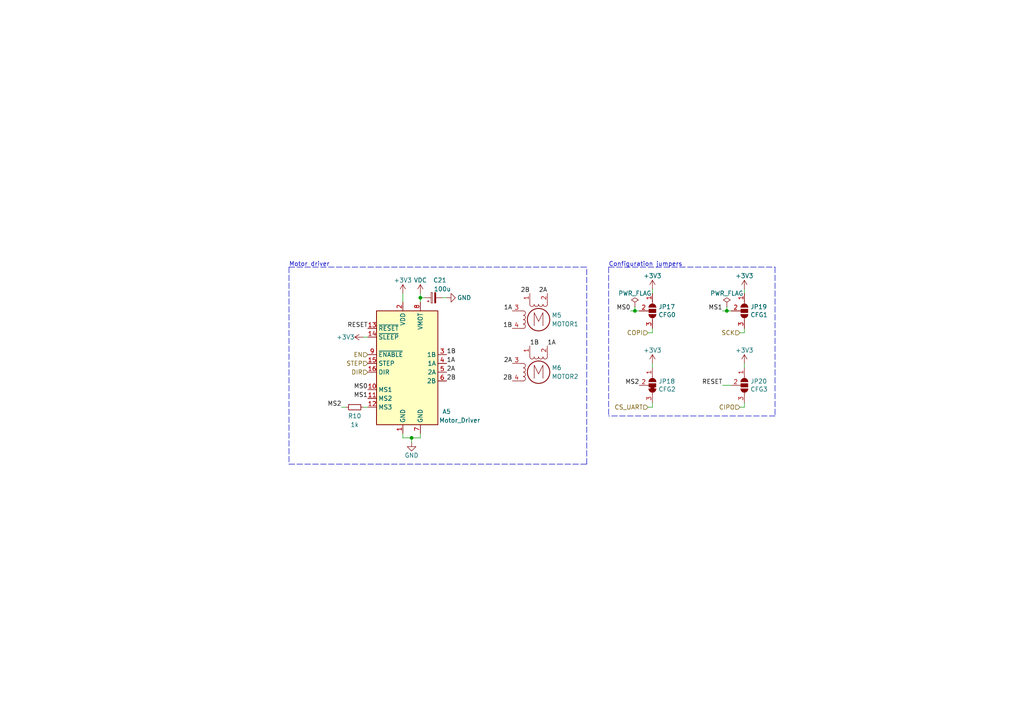
<source format=kicad_sch>
(kicad_sch (version 20211123) (generator eeschema)
  (paper "A4")
  (title_block (date "2022-03-29"))
  (lib_symbols
    (symbol "Device:C_Polarized_Small" (pin_numbers hide) (pin_names (offset 0.254) hide)
      (property "Reference" "C" (at 0.254 1.778 0))
      (property "Value" "C_Polarized_Small" (at 0.254 -2.032 0))
      (symbol "C_Polarized_Small_0_1"
        (rectangle (start -1.524 -0.3048) (end 1.524 -0.6858) (fill (type outline)))
        (rectangle (start -1.524 0.6858) (end 1.524 0.3048))
        (polyline (pts (xy -1.27 1.524) (xy -0.762 1.524)))
        (polyline (pts (xy -1.016 1.27) (xy -1.016 1.778)))
      )
      (symbol "C_Polarized_Small_1_1"
        (pin passive line (at 0 2.54 270) (length 1.8542) (name "~") (number "1"))
        (pin passive line (at 0 -2.54 90) (length 1.8542) (name "~") (number "2"))
      )
    )
    (symbol "Device:R_Small" (pin_numbers hide) (pin_names (offset 0.254) hide)
      (property "Reference" "R" (at 0.762 0.508 0))
      (property "Value" "R_Small" (at 0.762 -1.016 0))
      (symbol "R_Small_0_1"
        (rectangle (start -0.762 1.778) (end 0.762 -1.778) (stroke (width 0.2032)))
      )
      (symbol "R_Small_1_1"
        (pin passive line (at 0 2.54 270) (length 0.762) (name "~") (number "1"))
        (pin passive line (at 0 -2.54 90) (length 0.762) (name "~") (number "2"))
      )
    )
    (symbol "Driver_Motor:Pololu_Breakout_A4988"
      (property "Reference" "A" (at -2.54 19.05 0))
      (property "Value" "Pololu_Breakout_A4988" (at -2.54 16.51 0))
      (symbol "Pololu_Breakout_A4988_0_1"
        (rectangle (start 10.16 -17.78) (end -7.62 15.24) (stroke (width 0.254)) (fill (type background)))
      )
      (symbol "Pololu_Breakout_A4988_1_1"
        (pin power_in line (at 0 -20.32 90) (length 2.54) (name "GND") (number "1"))
        (pin input line (at -10.16 -7.62 0) (length 2.54) (name "MS1") (number "10"))
        (pin input line (at -10.16 -10.16 0) (length 2.54) (name "MS2") (number "11"))
        (pin input line (at -10.16 -12.7 0) (length 2.54) (name "MS3") (number "12"))
        (pin input line (at -10.16 10.16 0) (length 2.54) (name "~{RESET}") (number "13"))
        (pin input line (at -10.16 7.62 0) (length 2.54) (name "~{SLEEP}") (number "14"))
        (pin input line (at -10.16 0 0) (length 2.54) (name "STEP") (number "15"))
        (pin input line (at -10.16 -2.54 0) (length 2.54) (name "DIR") (number "16"))
        (pin power_in line (at 0 17.78 270) (length 2.54) (name "VDD") (number "2"))
        (pin output line (at 12.7 2.54 180) (length 2.54) (name "1B") (number "3"))
        (pin output line (at 12.7 0 180) (length 2.54) (name "1A") (number "4"))
        (pin output line (at 12.7 -2.54 180) (length 2.54) (name "2A") (number "5"))
        (pin output line (at 12.7 -5.08 180) (length 2.54) (name "2B") (number "6"))
        (pin power_in line (at 5.08 -20.32 90) (length 2.54) (name "GND") (number "7"))
        (pin power_in line (at 5.08 17.78 270) (length 2.54) (name "VMOT") (number "8"))
        (pin input line (at -10.16 2.54 0) (length 2.54) (name "~{ENABLE}") (number "9"))
      )
    )
    (symbol "Jumper:SolderJumper_3_Open" (pin_names (offset 0) hide)
      (property "Reference" "JP" (at -2.54 -2.54 0))
      (property "Value" "SolderJumper_3_Open" (at 0 2.794 0))
      (symbol "SolderJumper_3_Open_0_1"
        (arc (start -1.016 1.016) (mid -2.032 0) (end -1.016 -1.016))
        (arc (start -1.016 1.016) (mid -2.032 0) (end -1.016 -1.016) (fill (type outline)))
        (rectangle (start -0.508 1.016) (end 0.508 -1.016) (fill (type outline)))
        (polyline (pts (xy -2.54 0) (xy -2.032 0)))
        (polyline (pts (xy -1.016 1.016) (xy -1.016 -1.016)))
        (polyline (pts (xy 0 -1.27) (xy 0 -1.016)))
        (polyline (pts (xy 1.016 1.016) (xy 1.016 -1.016)))
        (polyline (pts (xy 2.54 0) (xy 2.032 0)))
        (arc (start 1.016 -1.016) (mid 2.032 0) (end 1.016 1.016))
        (arc (start 1.016 -1.016) (mid 2.032 0) (end 1.016 1.016) (fill (type outline)))
      )
      (symbol "SolderJumper_3_Open_1_1"
        (pin passive line (at -5.08 0 0) (length 2.54) (name "A") (number "1"))
        (pin passive line (at 0 -3.81 90) (length 2.54) (name "C") (number "2"))
        (pin passive line (at 5.08 0 180) (length 2.54) (name "B") (number "3"))
      )
    )
    (symbol "Motor:Stepper_Motor_bipolar" (pin_names (offset 0) hide)
      (property "Reference" "M" (at 3.81 2.54 0))
      (property "Value" "Stepper_Motor_bipolar" (at 3.81 1.27 0))
      (symbol "Stepper_Motor_bipolar_0_0"
        (polyline (pts (xy -1.27 -1.778) (xy -1.27 2.032) (xy 0 -0.508) (xy 1.27 2.032) (xy 1.27 -1.778)))
      )
      (symbol "Stepper_Motor_bipolar_0_1"
        (arc (start -4.445 -2.54) (mid -3.81 -1.905) (end -4.445 -1.27))
        (arc (start -4.445 -1.27) (mid -3.81 -0.635) (end -4.445 0))
        (arc (start -4.445 0) (mid -3.81 0.635) (end -4.445 1.27))
        (arc (start -4.445 1.27) (mid -3.81 1.905) (end -4.445 2.54))
        (arc (start -2.54 4.445) (mid -1.905 3.81) (end -1.27 4.445))
        (arc (start -1.27 4.445) (mid -0.635 3.81) (end 0 4.445))
        (polyline (pts (xy -5.08 -2.54) (xy -4.445 -2.54)))
        (polyline (pts (xy -5.08 2.54) (xy -4.445 2.54)))
        (polyline (pts (xy -2.54 5.08) (xy -2.54 4.445)))
        (polyline (pts (xy 2.54 5.08) (xy 2.54 4.445)))
        (circle (center 0 0) (radius 3.2512) (stroke (width 0.254)))
        (arc (start 0 4.445) (mid 0.635 3.81) (end 1.27 4.445))
        (arc (start 1.27 4.445) (mid 1.905 3.81) (end 2.54 4.445))
      )
      (symbol "Stepper_Motor_bipolar_1_1"
        (pin passive line (at -2.54 7.62 270) (length 2.54) (name "~") (number "1"))
        (pin passive line (at 2.54 7.62 270) (length 2.54) (name "-") (number "2"))
        (pin passive line (at -7.62 2.54 0) (length 2.54) (name "~") (number "3"))
        (pin passive line (at -7.62 -2.54 0) (length 2.54) (name "~") (number "4"))
      )
    )
    (symbol "index:SolderJumper_3_Bridged23" (pin_names (offset 0) hide)
      (property "Reference" "JP" (at -2.54 -2.54 0))
      (property "Value" "SolderJumper_3_Bridged23" (at 0 2.794 0))
      (symbol "SolderJumper_3_Bridged23_0_1"
        (rectangle (start -1.016 0.508) (end -0.508 -0.508) (fill (type outline)))
        (arc (start -1.016 1.016) (mid -2.032 0) (end -1.016 -1.016))
        (arc (start -1.016 1.016) (mid -2.032 0) (end -1.016 -1.016) (fill (type outline)))
        (rectangle (start -0.508 1.016) (end 0.508 -1.016) (fill (type outline)))
        (polyline (pts (xy -2.54 0) (xy -2.032 0)))
        (polyline (pts (xy -1.016 1.016) (xy -1.016 -1.016)))
        (polyline (pts (xy 0 -1.27) (xy 0 -1.016)))
        (polyline (pts (xy 1.016 1.016) (xy 1.016 -1.016)))
        (polyline (pts (xy 2.54 0) (xy 2.032 0)))
        (arc (start 1.016 -1.016) (mid 2.032 0) (end 1.016 1.016))
        (arc (start 1.016 -1.016) (mid 2.032 0) (end 1.016 1.016) (fill (type outline)))
      )
      (symbol "SolderJumper_3_Bridged23_1_1"
        (pin passive line (at 5.08 0 180) (length 2.54) (name "B") (number "1"))
        (pin input line (at 0 -3.81 90) (length 2.54) (name "C") (number "2"))
        (pin passive line (at -5.08 0 0) (length 2.54) (name "A") (number "3"))
      )
    )
    (symbol "power:+3.3V" (power) (pin_names (offset 0))
      (property "Value" "+3.3V" (at 0 3.556 0))
      (symbol "+3.3V_0_1"
        (polyline (pts (xy -0.762 1.27) (xy 0 2.54)))
        (polyline (pts (xy 0 0) (xy 0 2.54)))
        (polyline (pts (xy 0 2.54) (xy 0.762 1.27)))
      )
      (symbol "+3.3V_1_1"
        (pin power_in line (at 0 0 90) (length 0) hide (name "+3V3") (number "1"))
      )
    )
    (symbol "power:+3V3" (power) (pin_names (offset 0))
      (property "Value" "+3V3" (at 0 3.556 0))
      (symbol "+3V3_0_1"
        (polyline (pts (xy -0.762 1.27) (xy 0 2.54)))
        (polyline (pts (xy 0 0) (xy 0 2.54)))
        (polyline (pts (xy 0 2.54) (xy 0.762 1.27)))
      )
      (symbol "+3V3_1_1"
        (pin power_in line (at 0 0 90) (length 0) hide (name "+3V3") (number "1"))
      )
    )
    (symbol "power:GND" (power) (pin_names (offset 0))
      (property "Value" "GND" (at 0 -3.81 0))
      (symbol "GND_0_1"
        (polyline (pts (xy 0 0) (xy 0 -1.27) (xy 1.27 -1.27) (xy 0 -2.54) (xy -1.27 -1.27) (xy 0 -1.27)))
      )
      (symbol "GND_1_1"
        (pin power_in line (at 0 0 270) (length 0) hide (name "GND") (number "1"))
      )
    )
    (symbol "power:PWR_FLAG" (power) (pin_numbers hide) (pin_names (offset 0) hide)
      (property "Value" "PWR_FLAG" (at 0 3.81 0))
      (symbol "PWR_FLAG_0_0"
        (pin power_out line (at 0 0 90) (length 0) (name "pwr") (number "1"))
      )
      (symbol "PWR_FLAG_0_1"
        (polyline (pts (xy 0 0) (xy 0 1.27) (xy -1.016 1.905) (xy 0 2.54) (xy 1.016 1.905) (xy 0 1.27)))
      )
    )
    (symbol "power:VDC" (power) (pin_names (offset 0))
      (property "Value" "VDC" (at 0 6.35 0))
      (symbol "VDC_0_1"
        (polyline (pts (xy -0.762 1.27) (xy 0 2.54)))
        (polyline (pts (xy 0 0) (xy 0 2.54)))
        (polyline (pts (xy 0 2.54) (xy 0.762 1.27)))
      )
      (symbol "VDC_1_1"
        (pin power_in line (at 0 0 90) (length 0) hide (name "VDC") (number "1"))
      )
    )
  )
  (junction (at 119.38 127))
  (junction (at 121.92 86.36))
  (junction (at 184.15 90.17))
  (junction (at 210.82 90.17))
  (polyline (pts (xy 83.82 77.47) (xy 83.82 134.62)))
  (wire (pts (xy 189.23 118.11) (xy 189.23 116.84)))
  (wire (pts (xy 189.23 83.82) (xy 189.23 85.09)))
  (wire (pts (xy 189.23 105.41) (xy 189.23 106.68)))
  (polyline (pts (xy 170.18 134.62) (xy 170.18 77.47)))
  (wire (pts (xy 116.84 127) (xy 119.38 127)))
  (wire (pts (xy 187.96 118.11) (xy 189.23 118.11)))
  (wire (pts (xy 184.15 88.9) (xy 184.15 90.17)))
  (polyline (pts (xy 176.53 77.47) (xy 224.79 77.47)))
  (wire (pts (xy 116.84 125.73) (xy 116.84 127)))
  (wire (pts (xy 214.63 118.11) (xy 215.9 118.11)))
  (wire (pts (xy 116.84 85.09) (xy 116.84 87.63)))
  (wire (pts (xy 121.92 85.09) (xy 121.92 86.36)))
  (wire (pts (xy 99.06 118.11) (xy 100.33 118.11)))
  (wire (pts (xy 210.82 88.9) (xy 210.82 90.17)))
  (wire (pts (xy 121.92 86.36) (xy 123.19 86.36)))
  (wire (pts (xy 189.23 96.52) (xy 189.23 95.25)))
  (wire (pts (xy 121.92 86.36) (xy 121.92 87.63)))
  (polyline (pts (xy 224.79 120.65) (xy 176.53 120.65)))
  (wire (pts (xy 119.38 127) (xy 119.38 128.27)))
  (wire (pts (xy 209.55 90.17) (xy 210.82 90.17)))
  (wire (pts (xy 187.96 96.52) (xy 189.23 96.52)))
  (wire (pts (xy 184.15 90.17) (xy 185.42 90.17)))
  (wire (pts (xy 215.9 105.41) (xy 215.9 106.68)))
  (wire (pts (xy 215.9 96.52) (xy 215.9 95.25)))
  (polyline (pts (xy 83.82 77.47) (xy 170.18 77.47)))
  (wire (pts (xy 182.88 90.17) (xy 184.15 90.17)))
  (wire (pts (xy 215.9 83.82) (xy 215.9 85.09)))
  (wire (pts (xy 214.63 96.52) (xy 215.9 96.52)))
  (polyline (pts (xy 224.79 77.47) (xy 224.79 120.65)))
  (wire (pts (xy 121.92 125.73) (xy 121.92 127)))
  (polyline (pts (xy 176.53 77.47) (xy 176.53 120.65)))
  (wire (pts (xy 105.41 97.79) (xy 106.68 97.79)))
  (wire (pts (xy 119.38 127) (xy 121.92 127)))
  (wire (pts (xy 215.9 118.11) (xy 215.9 116.84)))
  (polyline (pts (xy 83.82 134.62) (xy 170.18 134.62)))
  (wire (pts (xy 105.41 118.11) (xy 106.68 118.11)))
  (wire (pts (xy 128.27 86.36) (xy 129.54 86.36)))
  (wire (pts (xy 210.82 90.17) (xy 212.09 90.17)))
  (wire (pts (xy 209.55 111.76) (xy 212.09 111.76)))
  (text "Configuration jumpers" (at 176.53 77.47 0) (effects (font (size 1.27 1.27)) (justify left bottom)))
  (text "Motor driver" (at 83.82 77.47 0) (effects (font (size 1.27 1.27)) (justify left bottom)))
  (label "1B" (at 129.54 102.87 0))
  (label "2B" (at 129.54 110.49 0))
  (label "2A" (at 148.59 105.41 180))
  (label "2B" (at 148.59 110.49 180))
  (label "RESET" (at 209.55 111.76 180))
  (label "MS2" (at 99.06 118.11 180))
  (label "MS2" (at 185.42 111.76 180))
  (label "2A" (at 129.54 107.95 0))
  (label "RESET" (at 106.68 95.25 180))
  (label "2A" (at 158.75 85.09 180))
  (label "1B" (at 148.59 95.25 180))
  (label "1A" (at 148.59 90.17 180))
  (label "MS0" (at 106.68 113.03 180))
  (label "MS1" (at 209.55 90.17 180))
  (label "2B" (at 153.67 85.09 180))
  (label "1A" (at 158.75 100.33 0))
  (label "MS1" (at 106.68 115.57 180))
  (label "1B" (at 153.67 100.33 0))
  (label "MS0" (at 182.88 90.17 180))
  (label "1A" (at 129.54 105.41 0))
  (hierarchical_label "DIR" (shape input) (at 106.68 107.95 180))
  (hierarchical_label "COPI" (shape input) (at 187.96 96.52 180))
  (hierarchical_label "SCK" (shape input) (at 214.63 96.52 180))
  (hierarchical_label "CIPO" (shape input) (at 214.63 118.11 180))
  (hierarchical_label "EN" (shape input) (at 106.68 102.87 180))
  (hierarchical_label "CS_UART" (shape input) (at 187.96 118.11 180))
  (hierarchical_label "STEP" (shape input) (at 106.68 105.41 180))
  (symbol (lib_id "power:+3V3") (at 116.84 85.09 0)
    (property "Reference" "#PWR0227" (effects hide))
    (property "Value" "+3V3" (at 116.84 81.28 0))
  )
  (symbol (lib_id "power:GND") (at 119.38 128.27 0)
    (property "Reference" "#PWR0225" (effects hide))
    (property "Value" "GND" (at 119.38 132.08 0))
  )
  (symbol (lib_id "power:+3.3V") (at 105.41 97.79 90)
    (property "Reference" "#PWR0226" (effects hide))
    (property "Value" "+3.3V" (at 102.87 97.79 90) (effects (justify left)))
  )
  (symbol (lib_id "Motor:Stepper_Motor_bipolar") (at 156.21 107.95 0)
    (property "Reference" "M6" (at 160.02 106.68 0) (effects (justify left)))
    (property "Value" "MOTOR2" (at 160.02 109.22 0) (effects (justify left)))
    (property "Footprint" "Connector_JST:JST_XH_B4B-XH-A_1x04_P2.50mm_Vertical" (effects hide))
    (property "Datasheet" "http://www.infineon.com/dgdl/Application-Note-TLE8110EE_driving_UniPolarStepperMotor_V1.1.pdf?fileId=db3a30431be39b97011be5d0aa0a00b0" (effects hide))
    (property "LCSC" "C37815" (effects hide))
    (property "JLCPCB" "C37815" (effects hide))
    (property "Digikey" "455-2249-ND" (effects hide))
  )
  (symbol (lib_id "Motor:Stepper_Motor_bipolar") (at 156.21 92.71 0)
    (property "Reference" "M5" (at 160.02 91.44 0) (effects (justify left)))
    (property "Value" "MOTOR1" (at 160.02 93.98 0) (effects (justify left)))
    (property "Footprint" "Connector_JST:JST_XH_B4B-XH-A_1x04_P2.50mm_Vertical" (effects hide))
    (property "Datasheet" "http://www.infineon.com/dgdl/Application-Note-TLE8110EE_driving_UniPolarStepperMotor_V1.1.pdf?fileId=db3a30431be39b97011be5d0aa0a00b0" (effects hide))
    (property "LCSC" "C37815" (effects hide))
    (property "JLCPCB" "C37815" (effects hide))
    (property "Digikey" "455-2249-ND" (effects hide))
  )
  (symbol (lib_id "Driver_Motor:Pololu_Breakout_A4988") (at 116.84 105.41 0)
    (property "Reference" "A5" (at 129.54 119.38 0))
    (property "Value" "Motor_Driver" (at 133.35 121.92 0))
    (property "Footprint" "Module:Pololu_Breakout-16_15.2x20.3mm" (effects hide))
    (property "Datasheet" "https://www.pololu.com/product/2980/pictures" (effects hide))
  )
  (symbol (lib_id "power:VDC") (at 121.92 85.09 0)
    (property "Reference" "#PWR0228" (effects hide))
    (property "Value" "VDC" (at 121.92 81.28 0))
  )
  (symbol (lib_id "Device:C_Polarized_Small") (at 125.73 86.36 90)
    (property "Reference" "C21" (at 129.54 81.28 90) (effects (justify left)))
    (property "Value" "100u" (at 130.81 83.82 90) (effects (justify left)))
    (property "Footprint" "Capacitor_SMD:CP_Elec_6.3x7.7" (effects hide))
    (property "Digikey" "493-2203-1-ND" (effects hide))
    (property "JLCPCB" "C99837" (effects hide))
    (property "LCSC" "C3339" (effects hide))
    (property "Mouser" "647-UWT1V101MCL1S" (effects hide))
  )
  (symbol (lib_id "power:GND") (at 129.54 86.36 90)
    (property "Reference" "#PWR0229" (effects hide))
    (property "Value" "GND" (at 134.62 86.36 90))
  )
  (symbol (lib_id "power:+3.3V") (at 215.9 105.41 0)
    (property "Reference" "#PWR0221" (effects hide))
    (property "Value" "+3.3V" (at 215.9 101.6 0))
  )
  (symbol (lib_id "power:+3.3V") (at 189.23 83.82 0)
    (property "Reference" "#PWR0223" (effects hide))
    (property "Value" "+3.3V" (at 189.23 80.01 0))
  )
  (symbol (lib_id "power:+3.3V") (at 215.9 83.82 0)
    (property "Reference" "#PWR0222" (effects hide))
    (property "Value" "+3.3V" (at 215.9 80.01 0))
  )
  (symbol (lib_id "power:+3.3V") (at 189.23 105.41 0)
    (property "Reference" "#PWR0224" (effects hide))
    (property "Value" "+3.3V" (at 189.23 101.6 0))
  )
  (symbol (lib_id "Jumper:SolderJumper_3_Open") (at 189.23 90.17 270)
    (property "Reference" "JP17" (at 190.9572 89.0016 90) (effects (justify left)))
    (property "Value" "CFG0" (at 190.9572 91.313 90) (effects (justify left)))
    (property "Footprint" "Jumper:SolderJumper-3_P1.3mm_Open_RoundedPad1.0x1.5mm" (effects hide))
  )
  (symbol (lib_id "Jumper:SolderJumper_3_Open") (at 215.9 90.17 270)
    (property "Reference" "JP19" (at 217.6272 89.0016 90) (effects (justify left)))
    (property "Value" "CFG1" (at 217.6272 91.313 90) (effects (justify left)))
    (property "Footprint" "Jumper:SolderJumper-3_P1.3mm_Open_RoundedPad1.0x1.5mm" (effects hide))
  )
  (symbol (lib_id "Device:R_Small") (at 102.87 118.11 270)
    (property "Reference" "R10" (at 102.87 120.65 90))
    (property "Value" "1k" (at 102.87 123.19 90))
    (property "Footprint" "Resistor_SMD:R_0805_2012Metric" (effects hide))
    (property "JLCPCB" "C17513" (effects hide))
    (property "LCSC" "C17513" (effects hide))
  )
  (symbol (lib_id "index:SolderJumper_3_Bridged23") (at 189.23 111.76 270) (mirror x)
    (property "Reference" "JP18" (at 190.9572 110.5916 90) (effects (justify left)))
    (property "Value" "CFG2" (at 190.9572 112.903 90) (effects (justify left)))
    (property "Footprint" "index:SolderJumper-3_P1.3mm_Bridged23_RoundedPad1.0x1.5mm" (effects hide))
  )
  (symbol (lib_id "power:PWR_FLAG") (at 210.82 88.9 0)
    (property "Reference" "#FLG02" (effects hide))
    (property "Value" "PWR_FLAG" (at 210.82 85.09 0))
  )
  (symbol (lib_id "power:PWR_FLAG") (at 184.15 88.9 0)
    (property "Reference" "#FLG01" (effects hide))
    (property "Value" "PWR_FLAG" (at 184.15 85.09 0))
  )
  (symbol (lib_id "Jumper:SolderJumper_3_Open") (at 215.9 111.76 270)
    (property "Reference" "JP20" (at 217.6272 110.5916 90) (effects (justify left)))
    (property "Value" "CFG3" (at 217.6272 112.903 90) (effects (justify left)))
    (property "Footprint" "Jumper:SolderJumper-3_P1.3mm_Open_RoundedPad1.0x1.5mm" (effects hide))
  )
)
</source>
